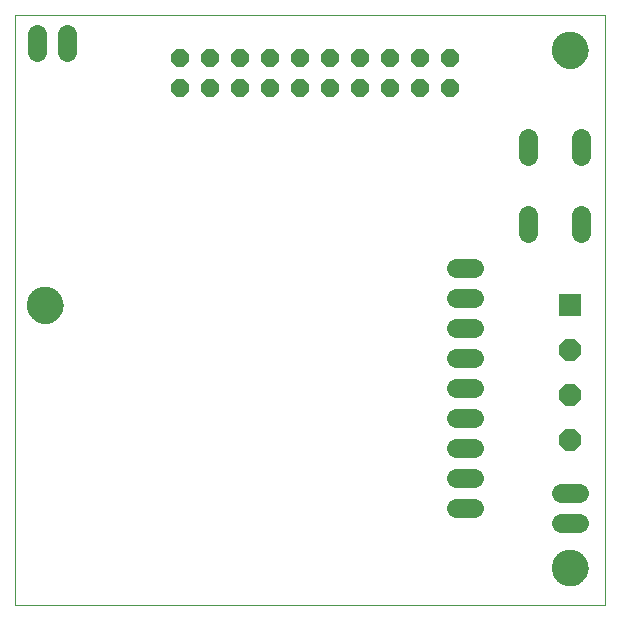
<source format=gbs>
G75*
%MOIN*%
%OFA0B0*%
%FSLAX24Y24*%
%IPPOS*%
%LPD*%
%AMOC8*
5,1,8,0,0,1.08239X$1,22.5*
%
%ADD10C,0.0000*%
%ADD11C,0.1221*%
%ADD12C,0.0640*%
%ADD13R,0.0749X0.0749*%
%ADD14OC8,0.0749*%
%ADD15OC8,0.0600*%
D10*
X000800Y000550D02*
X000800Y020235D01*
X020485Y020235D01*
X020485Y000550D01*
X000800Y000550D01*
X001209Y010550D02*
X001211Y010598D01*
X001217Y010646D01*
X001227Y010693D01*
X001240Y010739D01*
X001258Y010784D01*
X001278Y010828D01*
X001303Y010870D01*
X001331Y010909D01*
X001361Y010946D01*
X001395Y010980D01*
X001432Y011012D01*
X001470Y011041D01*
X001511Y011066D01*
X001554Y011088D01*
X001599Y011106D01*
X001645Y011120D01*
X001692Y011131D01*
X001740Y011138D01*
X001788Y011141D01*
X001836Y011140D01*
X001884Y011135D01*
X001932Y011126D01*
X001978Y011114D01*
X002023Y011097D01*
X002067Y011077D01*
X002109Y011054D01*
X002149Y011027D01*
X002187Y010997D01*
X002222Y010964D01*
X002254Y010928D01*
X002284Y010890D01*
X002310Y010849D01*
X002332Y010806D01*
X002352Y010762D01*
X002367Y010717D01*
X002379Y010670D01*
X002387Y010622D01*
X002391Y010574D01*
X002391Y010526D01*
X002387Y010478D01*
X002379Y010430D01*
X002367Y010383D01*
X002352Y010338D01*
X002332Y010294D01*
X002310Y010251D01*
X002284Y010210D01*
X002254Y010172D01*
X002222Y010136D01*
X002187Y010103D01*
X002149Y010073D01*
X002109Y010046D01*
X002067Y010023D01*
X002023Y010003D01*
X001978Y009986D01*
X001932Y009974D01*
X001884Y009965D01*
X001836Y009960D01*
X001788Y009959D01*
X001740Y009962D01*
X001692Y009969D01*
X001645Y009980D01*
X001599Y009994D01*
X001554Y010012D01*
X001511Y010034D01*
X001470Y010059D01*
X001432Y010088D01*
X001395Y010120D01*
X001361Y010154D01*
X001331Y010191D01*
X001303Y010230D01*
X001278Y010272D01*
X001258Y010316D01*
X001240Y010361D01*
X001227Y010407D01*
X001217Y010454D01*
X001211Y010502D01*
X001209Y010550D01*
X018709Y019050D02*
X018711Y019098D01*
X018717Y019146D01*
X018727Y019193D01*
X018740Y019239D01*
X018758Y019284D01*
X018778Y019328D01*
X018803Y019370D01*
X018831Y019409D01*
X018861Y019446D01*
X018895Y019480D01*
X018932Y019512D01*
X018970Y019541D01*
X019011Y019566D01*
X019054Y019588D01*
X019099Y019606D01*
X019145Y019620D01*
X019192Y019631D01*
X019240Y019638D01*
X019288Y019641D01*
X019336Y019640D01*
X019384Y019635D01*
X019432Y019626D01*
X019478Y019614D01*
X019523Y019597D01*
X019567Y019577D01*
X019609Y019554D01*
X019649Y019527D01*
X019687Y019497D01*
X019722Y019464D01*
X019754Y019428D01*
X019784Y019390D01*
X019810Y019349D01*
X019832Y019306D01*
X019852Y019262D01*
X019867Y019217D01*
X019879Y019170D01*
X019887Y019122D01*
X019891Y019074D01*
X019891Y019026D01*
X019887Y018978D01*
X019879Y018930D01*
X019867Y018883D01*
X019852Y018838D01*
X019832Y018794D01*
X019810Y018751D01*
X019784Y018710D01*
X019754Y018672D01*
X019722Y018636D01*
X019687Y018603D01*
X019649Y018573D01*
X019609Y018546D01*
X019567Y018523D01*
X019523Y018503D01*
X019478Y018486D01*
X019432Y018474D01*
X019384Y018465D01*
X019336Y018460D01*
X019288Y018459D01*
X019240Y018462D01*
X019192Y018469D01*
X019145Y018480D01*
X019099Y018494D01*
X019054Y018512D01*
X019011Y018534D01*
X018970Y018559D01*
X018932Y018588D01*
X018895Y018620D01*
X018861Y018654D01*
X018831Y018691D01*
X018803Y018730D01*
X018778Y018772D01*
X018758Y018816D01*
X018740Y018861D01*
X018727Y018907D01*
X018717Y018954D01*
X018711Y019002D01*
X018709Y019050D01*
X018709Y001800D02*
X018711Y001848D01*
X018717Y001896D01*
X018727Y001943D01*
X018740Y001989D01*
X018758Y002034D01*
X018778Y002078D01*
X018803Y002120D01*
X018831Y002159D01*
X018861Y002196D01*
X018895Y002230D01*
X018932Y002262D01*
X018970Y002291D01*
X019011Y002316D01*
X019054Y002338D01*
X019099Y002356D01*
X019145Y002370D01*
X019192Y002381D01*
X019240Y002388D01*
X019288Y002391D01*
X019336Y002390D01*
X019384Y002385D01*
X019432Y002376D01*
X019478Y002364D01*
X019523Y002347D01*
X019567Y002327D01*
X019609Y002304D01*
X019649Y002277D01*
X019687Y002247D01*
X019722Y002214D01*
X019754Y002178D01*
X019784Y002140D01*
X019810Y002099D01*
X019832Y002056D01*
X019852Y002012D01*
X019867Y001967D01*
X019879Y001920D01*
X019887Y001872D01*
X019891Y001824D01*
X019891Y001776D01*
X019887Y001728D01*
X019879Y001680D01*
X019867Y001633D01*
X019852Y001588D01*
X019832Y001544D01*
X019810Y001501D01*
X019784Y001460D01*
X019754Y001422D01*
X019722Y001386D01*
X019687Y001353D01*
X019649Y001323D01*
X019609Y001296D01*
X019567Y001273D01*
X019523Y001253D01*
X019478Y001236D01*
X019432Y001224D01*
X019384Y001215D01*
X019336Y001210D01*
X019288Y001209D01*
X019240Y001212D01*
X019192Y001219D01*
X019145Y001230D01*
X019099Y001244D01*
X019054Y001262D01*
X019011Y001284D01*
X018970Y001309D01*
X018932Y001338D01*
X018895Y001370D01*
X018861Y001404D01*
X018831Y001441D01*
X018803Y001480D01*
X018778Y001522D01*
X018758Y001566D01*
X018740Y001611D01*
X018727Y001657D01*
X018717Y001704D01*
X018711Y001752D01*
X018709Y001800D01*
D11*
X019300Y001800D03*
X019300Y019050D03*
X001800Y010550D03*
D12*
X001550Y019000D02*
X001550Y019600D01*
X002550Y019600D02*
X002550Y019000D01*
X015500Y011800D02*
X016100Y011800D01*
X016100Y010800D02*
X015500Y010800D01*
X015500Y009800D02*
X016100Y009800D01*
X016100Y008800D02*
X015500Y008800D01*
X015500Y007800D02*
X016100Y007800D01*
X016100Y006800D02*
X015500Y006800D01*
X015500Y005800D02*
X016100Y005800D01*
X016100Y004800D02*
X015500Y004800D01*
X015500Y003800D02*
X016100Y003800D01*
X019000Y003300D02*
X019600Y003300D01*
X019600Y004300D02*
X019000Y004300D01*
X019690Y012970D02*
X019690Y013570D01*
X017910Y013570D02*
X017910Y012970D01*
X017910Y015530D02*
X017910Y016130D01*
X019690Y016130D02*
X019690Y015530D01*
D13*
X019300Y010550D03*
D14*
X019300Y009050D03*
X019300Y007550D03*
X019300Y006050D03*
D15*
X015300Y017800D03*
X015300Y018800D03*
X014300Y018800D03*
X013300Y018800D03*
X013300Y017800D03*
X014300Y017800D03*
X012300Y017800D03*
X012300Y018800D03*
X011300Y018800D03*
X011300Y017800D03*
X010300Y017800D03*
X010300Y018800D03*
X009300Y018800D03*
X008300Y018800D03*
X008300Y017800D03*
X009300Y017800D03*
X007300Y017800D03*
X007300Y018800D03*
X006300Y018800D03*
X006300Y017800D03*
M02*

</source>
